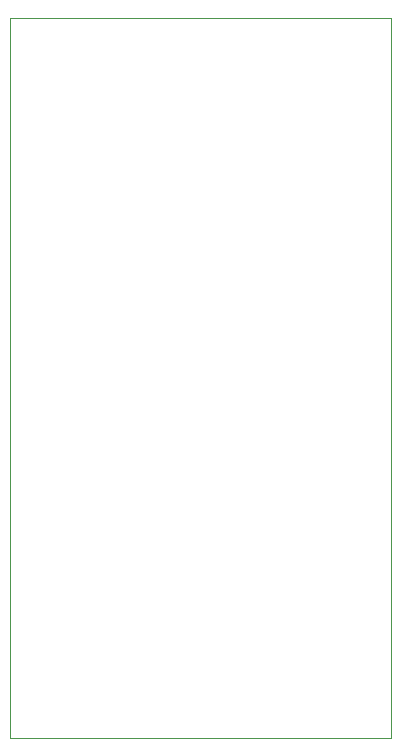
<source format=gm1>
G04 #@! TF.GenerationSoftware,KiCad,Pcbnew,(6.0.5)*
G04 #@! TF.CreationDate,2024-06-24T20:21:06-07:00*
G04 #@! TF.ProjectId,MCL6809_PCB,4d434c36-3830-4395-9f50-43422e6b6963,rev?*
G04 #@! TF.SameCoordinates,Original*
G04 #@! TF.FileFunction,Profile,NP*
%FSLAX46Y46*%
G04 Gerber Fmt 4.6, Leading zero omitted, Abs format (unit mm)*
G04 Created by KiCad (PCBNEW (6.0.5)) date 2024-06-24 20:21:06*
%MOMM*%
%LPD*%
G01*
G04 APERTURE LIST*
G04 #@! TA.AperFunction,Profile*
%ADD10C,0.050000*%
G04 #@! TD*
G04 APERTURE END LIST*
D10*
X151638000Y-142494000D02*
X151638000Y-81534000D01*
X183896000Y-142494000D02*
X151638000Y-142494000D01*
X151638000Y-81534000D02*
X183896000Y-81534000D01*
X183896000Y-81534000D02*
X183896000Y-142494000D01*
M02*

</source>
